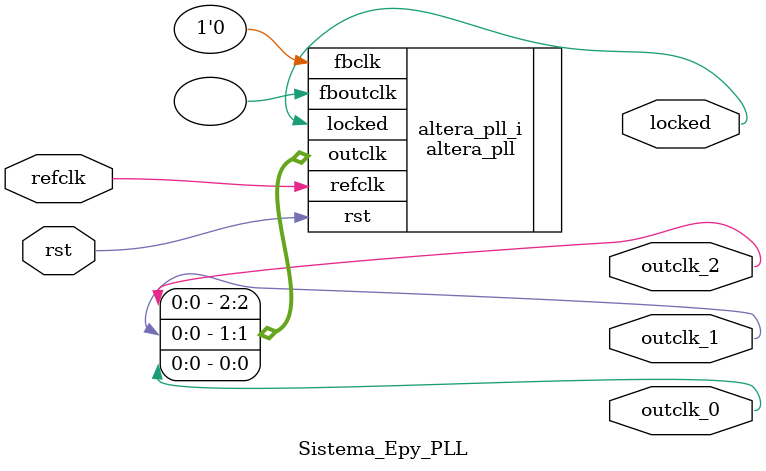
<source format=v>
`timescale 1ns/10ps
module  Sistema_Epy_PLL(

	// interface 'refclk'
	input wire refclk,

	// interface 'reset'
	input wire rst,

	// interface 'outclk0'
	output wire outclk_0,

	// interface 'outclk1'
	output wire outclk_1,

	// interface 'outclk2'
	output wire outclk_2,

	// interface 'locked'
	output wire locked
);

	altera_pll #(
		.fractional_vco_multiplier("false"),
		.reference_clock_frequency("50.0 MHz"),
		.operation_mode("direct"),
		.number_of_clocks(3),
		.output_clock_frequency0("100.000000 MHz"),
		.phase_shift0("0 ps"),
		.duty_cycle0(50),
		.output_clock_frequency1("25.000000 MHz"),
		.phase_shift1("0 ps"),
		.duty_cycle1(50),
		.output_clock_frequency2("100.000000 MHz"),
		.phase_shift2("-3000 ps"),
		.duty_cycle2(50),
		.output_clock_frequency3("0 MHz"),
		.phase_shift3("0 ps"),
		.duty_cycle3(50),
		.output_clock_frequency4("0 MHz"),
		.phase_shift4("0 ps"),
		.duty_cycle4(50),
		.output_clock_frequency5("0 MHz"),
		.phase_shift5("0 ps"),
		.duty_cycle5(50),
		.output_clock_frequency6("0 MHz"),
		.phase_shift6("0 ps"),
		.duty_cycle6(50),
		.output_clock_frequency7("0 MHz"),
		.phase_shift7("0 ps"),
		.duty_cycle7(50),
		.output_clock_frequency8("0 MHz"),
		.phase_shift8("0 ps"),
		.duty_cycle8(50),
		.output_clock_frequency9("0 MHz"),
		.phase_shift9("0 ps"),
		.duty_cycle9(50),
		.output_clock_frequency10("0 MHz"),
		.phase_shift10("0 ps"),
		.duty_cycle10(50),
		.output_clock_frequency11("0 MHz"),
		.phase_shift11("0 ps"),
		.duty_cycle11(50),
		.output_clock_frequency12("0 MHz"),
		.phase_shift12("0 ps"),
		.duty_cycle12(50),
		.output_clock_frequency13("0 MHz"),
		.phase_shift13("0 ps"),
		.duty_cycle13(50),
		.output_clock_frequency14("0 MHz"),
		.phase_shift14("0 ps"),
		.duty_cycle14(50),
		.output_clock_frequency15("0 MHz"),
		.phase_shift15("0 ps"),
		.duty_cycle15(50),
		.output_clock_frequency16("0 MHz"),
		.phase_shift16("0 ps"),
		.duty_cycle16(50),
		.output_clock_frequency17("0 MHz"),
		.phase_shift17("0 ps"),
		.duty_cycle17(50),
		.pll_type("General"),
		.pll_subtype("General")
	) altera_pll_i (
		.rst	(rst),
		.outclk	({outclk_2, outclk_1, outclk_0}),
		.locked	(locked),
		.fboutclk	( ),
		.fbclk	(1'b0),
		.refclk	(refclk)
	);
endmodule


</source>
